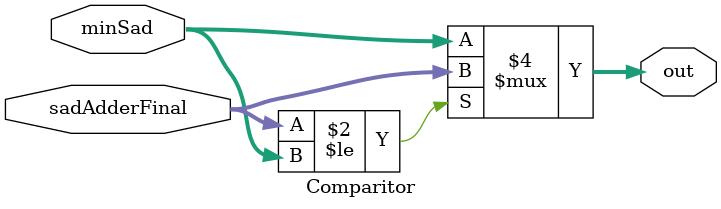
<source format=v>
`timescale 1ns / 1ps


module Comparitor(
sadAdderFinal,
minSad,
out

    );
    
    
    input [31:0] sadAdderFinal;
    input [31:0] minSad; 
    output reg [31:0]out;
    
    
    always@ (*) begin
    if (sadAdderFinal <=  minSad) begin
    
    out <= sadAdderFinal; 
    
    end
    else begin
    out <= minSad;
    end
    end
endmodule

</source>
